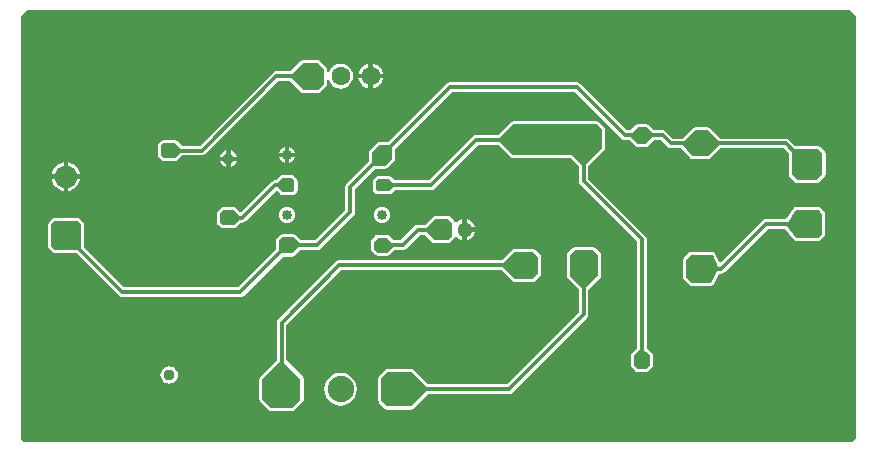
<source format=gtl>
G04*
G04 #@! TF.GenerationSoftware,Altium Limited,Altium Designer,20.0.10 (225)*
G04*
G04 Layer_Physical_Order=1*
G04 Layer_Color=255*
%FSLAX25Y25*%
%MOIN*%
G70*
G01*
G75*
%ADD29C,0.01200*%
%ADD30C,0.07559*%
%ADD31C,0.06929*%
%ADD32C,0.03780*%
%ADD33C,0.05039*%
%ADD34C,0.06299*%
%ADD35C,0.03339*%
%ADD36C,0.03842*%
%ADD37C,0.08819*%
G36*
X279967Y144033D02*
X279967Y3367D01*
X278600Y2000D01*
X2900D01*
X1700Y3200D01*
X1700Y144100D01*
X3600Y146000D01*
X278000Y146000D01*
X279967Y144033D01*
D02*
G37*
%LPC*%
G36*
X119057Y128102D02*
Y124766D01*
X122394D01*
X122350Y125099D01*
X121932Y126109D01*
X121267Y126975D01*
X120400Y127640D01*
X119390Y128059D01*
X119057Y128102D01*
D02*
G37*
G36*
X117557D02*
X117224Y128059D01*
X116214Y127640D01*
X115348Y126975D01*
X114682Y126109D01*
X114264Y125099D01*
X114220Y124766D01*
X117557D01*
Y128102D01*
D02*
G37*
G36*
X122394Y123266D02*
X119057D01*
Y119929D01*
X119390Y119973D01*
X120400Y120391D01*
X121267Y121056D01*
X121932Y121923D01*
X122350Y122933D01*
X122394Y123266D01*
D02*
G37*
G36*
X117557D02*
X114220D01*
X114264Y122933D01*
X114682Y121923D01*
X115348Y121056D01*
X116214Y120391D01*
X117224Y119973D01*
X117557Y119929D01*
Y123266D01*
D02*
G37*
G36*
X100700Y129520D02*
X95800D01*
X95410Y129442D01*
X95079Y129221D01*
X91505Y125647D01*
X86742D01*
X86118Y125523D01*
X85589Y125169D01*
X61263Y100844D01*
X55398D01*
X53921Y102321D01*
X53590Y102542D01*
X53200Y102620D01*
X49150D01*
X48760Y102542D01*
X48429Y102321D01*
X47679Y101571D01*
X47458Y101240D01*
X47380Y100850D01*
Y97700D01*
X47458Y97310D01*
X47679Y96979D01*
X48579Y96079D01*
X48910Y95858D01*
X49300Y95780D01*
X53100D01*
X53490Y95858D01*
X53821Y96079D01*
X55323Y97581D01*
X61939D01*
X62563Y97705D01*
X63092Y98059D01*
X87418Y122384D01*
X91474D01*
X95179Y118679D01*
X95510Y118458D01*
X95900Y118380D01*
X100600D01*
X100990Y118458D01*
X101321Y118679D01*
X103421Y120779D01*
X103642Y121110D01*
X103720Y121500D01*
Y122940D01*
X104220Y122973D01*
X104225Y122933D01*
X104643Y121923D01*
X105308Y121056D01*
X106175Y120391D01*
X107184Y119973D01*
X108268Y119830D01*
X109351Y119973D01*
X110360Y120391D01*
X111227Y121056D01*
X111892Y121923D01*
X112311Y122933D01*
X112453Y124016D01*
X112311Y125099D01*
X111892Y126109D01*
X111227Y126975D01*
X110360Y127640D01*
X109351Y128059D01*
X108268Y128201D01*
X107184Y128059D01*
X106175Y127640D01*
X105308Y126975D01*
X104643Y126109D01*
X104225Y125099D01*
X104220Y125059D01*
X103720Y125091D01*
Y126500D01*
X103642Y126890D01*
X103421Y127221D01*
X101421Y129221D01*
X101090Y129442D01*
X100700Y129520D01*
D02*
G37*
G36*
X91183Y100295D02*
Y98466D01*
X93012D01*
X92765Y99063D01*
X92337Y99620D01*
X91779Y100048D01*
X91183Y100295D01*
D02*
G37*
G36*
X89683Y100295D02*
X89087Y100048D01*
X88529Y99620D01*
X88101Y99063D01*
X87854Y98466D01*
X89683D01*
Y100295D01*
D02*
G37*
G36*
X71616Y99304D02*
Y97207D01*
X73714D01*
X73712Y97219D01*
X73418Y97930D01*
X72950Y98540D01*
X72339Y99008D01*
X71629Y99303D01*
X71616Y99304D01*
D02*
G37*
G36*
X70116D02*
X70104Y99303D01*
X69393Y99008D01*
X68783Y98540D01*
X68314Y97930D01*
X68020Y97219D01*
X68018Y97207D01*
X70116D01*
Y99304D01*
D02*
G37*
G36*
X93012Y96966D02*
X91183D01*
Y95138D01*
X91779Y95385D01*
X92337Y95813D01*
X92765Y96370D01*
X93012Y96966D01*
D02*
G37*
G36*
X89683D02*
X87854D01*
X88101Y96370D01*
X88529Y95813D01*
X89087Y95385D01*
X89683Y95138D01*
Y96966D01*
D02*
G37*
G36*
X70116Y95707D02*
X68018D01*
X68020Y95694D01*
X68314Y94984D01*
X68783Y94373D01*
X69393Y93905D01*
X70104Y93611D01*
X70116Y93609D01*
Y95707D01*
D02*
G37*
G36*
X73714D02*
X71616D01*
Y93609D01*
X71629Y93611D01*
X72339Y93905D01*
X72950Y94373D01*
X73418Y94984D01*
X73712Y95694D01*
X73714Y95707D01*
D02*
G37*
G36*
X17443Y95273D02*
Y91301D01*
X21415D01*
X21349Y91799D01*
X20868Y92962D01*
X20102Y93960D01*
X19103Y94726D01*
X17941Y95208D01*
X17443Y95273D01*
D02*
G37*
G36*
X15943D02*
X15445Y95208D01*
X14283Y94726D01*
X13284Y93960D01*
X12518Y92962D01*
X12036Y91799D01*
X11971Y91301D01*
X15943D01*
Y95273D01*
D02*
G37*
G36*
X144700Y121922D02*
X144076Y121798D01*
X143546Y121444D01*
X124183Y102081D01*
X121244Y102142D01*
X121233Y102140D01*
X121222Y102142D01*
X121037Y102105D01*
X120852Y102072D01*
X120843Y102067D01*
X120832Y102064D01*
X120675Y101960D01*
X120517Y101858D01*
X120510Y101849D01*
X120501Y101843D01*
X117979Y99321D01*
X117758Y98990D01*
X117680Y98600D01*
X117680Y95578D01*
X110346Y88244D01*
X109993Y87715D01*
X109869Y87091D01*
Y79476D01*
X99741Y69348D01*
X94944D01*
X93321Y70971D01*
X92990Y71192D01*
X92600Y71270D01*
X88750Y71270D01*
X88360Y71192D01*
X88029Y70971D01*
X86879Y69821D01*
X86658Y69490D01*
X86580Y69100D01*
X86580Y66132D01*
X74080Y53631D01*
X36235D01*
X22720Y67146D01*
Y74688D01*
X22642Y75078D01*
X22421Y75409D01*
X21466Y76364D01*
X21298Y76476D01*
X21136Y76585D01*
X21136Y76585D01*
X21135Y76585D01*
X20940Y76624D01*
X20746Y76663D01*
X12961Y76669D01*
X12788Y76635D01*
X12615Y76609D01*
X12594Y76597D01*
X12570Y76592D01*
X12424Y76495D01*
X12274Y76404D01*
X11214Y75440D01*
X11199Y75421D01*
X11179Y75407D01*
X11082Y75261D01*
X10978Y75120D01*
X10972Y75097D01*
X10958Y75076D01*
X10924Y74904D01*
X10881Y74734D01*
X10885Y74710D01*
X10880Y74686D01*
X10880Y67188D01*
X10958Y66798D01*
X11179Y66467D01*
X12373Y65273D01*
X12704Y65052D01*
X13094Y64974D01*
X20277D01*
X34405Y50846D01*
X34935Y50493D01*
X35559Y50369D01*
X74756D01*
X75380Y50493D01*
X75909Y50846D01*
X88943Y63880D01*
X92050Y63880D01*
X92440Y63958D01*
X92771Y64179D01*
X94677Y66085D01*
X100417D01*
X101041Y66209D01*
X101570Y66563D01*
X112654Y77646D01*
X113007Y78176D01*
X113131Y78800D01*
Y86415D01*
X119897Y93180D01*
X123100D01*
X123490Y93258D01*
X123821Y93479D01*
X126121Y95779D01*
X126342Y96110D01*
X126420Y96500D01*
X126420Y99703D01*
X145376Y118659D01*
X186334D01*
X201816Y103177D01*
X202345Y102824D01*
X202969Y102699D01*
X204459D01*
X206579Y100579D01*
X206910Y100358D01*
X207300Y100280D01*
X209900Y100280D01*
X210290Y100358D01*
X210621Y100579D01*
X212741Y102699D01*
X214994D01*
X217272Y100421D01*
X217801Y100068D01*
X218425Y99943D01*
X221888D01*
X224748Y96633D01*
X224777Y96610D01*
X224798Y96579D01*
X224933Y96489D01*
X225061Y96389D01*
X225098Y96379D01*
X225129Y96358D01*
X225288Y96326D01*
X225445Y96283D01*
X225482Y96288D01*
X225519Y96280D01*
X230800Y96280D01*
X231190Y96358D01*
X231521Y96579D01*
X234885Y99943D01*
X256017D01*
X257580Y98380D01*
X257580Y91300D01*
X257658Y90910D01*
X257879Y90579D01*
X259779Y88679D01*
X259779Y88679D01*
X260110Y88458D01*
X260500Y88380D01*
X267000D01*
X267390Y88458D01*
X267721Y88679D01*
X269621Y90579D01*
X269842Y90910D01*
X269920Y91300D01*
Y98200D01*
X269842Y98590D01*
X269621Y98921D01*
X268121Y100421D01*
X267790Y100642D01*
X267400Y100720D01*
X259855D01*
X257846Y102728D01*
X257317Y103082D01*
X256693Y103206D01*
X234836D01*
X231421Y106621D01*
X231090Y106842D01*
X230700Y106920D01*
X226300Y106920D01*
X225910Y106842D01*
X225579Y106621D01*
X222164Y103206D01*
X219101D01*
X216823Y105484D01*
X216294Y105838D01*
X215669Y105962D01*
X212696D01*
X210837Y107821D01*
X210507Y108042D01*
X210116Y108120D01*
X207300D01*
X206910Y108042D01*
X206579Y107821D01*
X204720Y105962D01*
X203645D01*
X188163Y121444D01*
X187634Y121798D01*
X187009Y121922D01*
X144700D01*
X144700Y121922D01*
D02*
G37*
G36*
X21415Y89801D02*
X17443D01*
Y85829D01*
X17941Y85895D01*
X19103Y86376D01*
X20102Y87142D01*
X20868Y88141D01*
X21349Y89303D01*
X21415Y89801D01*
D02*
G37*
G36*
X15943D02*
X11971D01*
X12036Y89303D01*
X12518Y88141D01*
X13284Y87142D01*
X14283Y86376D01*
X15445Y85895D01*
X15943Y85829D01*
Y89801D01*
D02*
G37*
G36*
X88800Y91020D02*
X88410Y90942D01*
X88079Y90721D01*
X86706Y89348D01*
X86417D01*
X85792Y89224D01*
X85263Y88870D01*
X75117Y78724D01*
X74617Y78724D01*
X73321Y80021D01*
X72990Y80242D01*
X72600Y80320D01*
X69000Y80320D01*
X68610Y80242D01*
X68279Y80021D01*
X67379Y79121D01*
X67158Y78790D01*
X67080Y78400D01*
Y75200D01*
X67158Y74810D01*
X67379Y74479D01*
X68279Y73579D01*
X68610Y73358D01*
X69000Y73280D01*
X72600D01*
X72990Y73358D01*
X73321Y73579D01*
X74882Y75140D01*
X75472D01*
X76096Y75265D01*
X76625Y75618D01*
X86933Y85926D01*
X88179Y84679D01*
X88510Y84458D01*
X88900Y84380D01*
X92200D01*
X92590Y84458D01*
X92921Y84679D01*
X93621Y85379D01*
X93842Y85710D01*
X93920Y86100D01*
Y89100D01*
X93842Y89490D01*
X93621Y89821D01*
X92721Y90721D01*
X92390Y90942D01*
X92000Y91020D01*
X88800Y91020D01*
D02*
G37*
G36*
X267618Y80520D02*
X260200D01*
X260110Y80502D01*
X260019Y80503D01*
X259917Y80463D01*
X259810Y80442D01*
X259734Y80391D01*
X259648Y80357D01*
X259570Y80282D01*
X259479Y80221D01*
X259428Y80145D01*
X259362Y80081D01*
X256832Y76434D01*
X250103D01*
X249479Y76310D01*
X248950Y75957D01*
X234942Y61949D01*
X234451Y62042D01*
X233204Y64890D01*
X233097Y65042D01*
X232994Y65198D01*
X232983Y65205D01*
X232976Y65216D01*
X232819Y65316D01*
X232665Y65421D01*
X232652Y65423D01*
X232641Y65430D01*
X232458Y65463D01*
X232275Y65500D01*
X225024Y65539D01*
X225022Y65538D01*
X225019Y65539D01*
X224827Y65500D01*
X224634Y65463D01*
X224631Y65461D01*
X224629Y65461D01*
X224466Y65352D01*
X224302Y65244D01*
X224300Y65241D01*
X224298Y65240D01*
X222579Y63521D01*
X222358Y63190D01*
X222280Y62800D01*
Y57100D01*
X222358Y56710D01*
X222579Y56379D01*
X224479Y54479D01*
X224810Y54258D01*
X225200Y54180D01*
X231800Y54180D01*
X231951Y54211D01*
X232105Y54227D01*
X232145Y54249D01*
X232190Y54258D01*
X232319Y54344D01*
X232454Y54418D01*
X232483Y54454D01*
X232521Y54479D01*
X232607Y54607D01*
X232704Y54728D01*
X234524Y58211D01*
X235142D01*
X235767Y58335D01*
X236296Y58689D01*
X250779Y73172D01*
X256571D01*
X259390Y69481D01*
X259441Y69436D01*
X259479Y69379D01*
X259589Y69306D01*
X259688Y69218D01*
X259753Y69196D01*
X259810Y69158D01*
X259940Y69132D01*
X260065Y69089D01*
X260133Y69094D01*
X260200Y69080D01*
X267400D01*
X267560Y69112D01*
X267722Y69133D01*
X267754Y69151D01*
X267790Y69158D01*
X267926Y69249D01*
X268068Y69330D01*
X269468Y70543D01*
X269490Y70572D01*
X269521Y70592D01*
X269612Y70728D01*
X269712Y70857D01*
X269722Y70893D01*
X269742Y70923D01*
X269774Y71083D01*
X269817Y71241D01*
X269812Y71277D01*
X269820Y71313D01*
Y77875D01*
X269796Y77993D01*
X269791Y78114D01*
X269758Y78186D01*
X269742Y78265D01*
X269675Y78365D01*
X269625Y78475D01*
X268443Y80100D01*
X268384Y80154D01*
X268339Y80221D01*
X268239Y80288D01*
X268150Y80370D01*
X268075Y80397D01*
X268008Y80442D01*
X267890Y80466D01*
X267777Y80507D01*
X267697Y80504D01*
X267618Y80520D01*
D02*
G37*
G36*
X122126Y80409D02*
X121429Y80317D01*
X120780Y80048D01*
X120222Y79620D01*
X119794Y79063D01*
X119525Y78413D01*
X119434Y77716D01*
X119525Y77020D01*
X119794Y76370D01*
X120222Y75813D01*
X120780Y75385D01*
X121429Y75116D01*
X122126Y75024D01*
X122823Y75116D01*
X123472Y75385D01*
X124030Y75813D01*
X124458Y76370D01*
X124727Y77020D01*
X124818Y77716D01*
X124727Y78413D01*
X124458Y79063D01*
X124030Y79620D01*
X123472Y80048D01*
X122823Y80317D01*
X122126Y80409D01*
D02*
G37*
G36*
X90472D02*
X89776Y80317D01*
X89126Y80048D01*
X88569Y79620D01*
X88141Y79063D01*
X87872Y78413D01*
X87780Y77716D01*
X87872Y77020D01*
X88141Y76370D01*
X88569Y75813D01*
X89126Y75385D01*
X89776Y75116D01*
X90472Y75024D01*
X91169Y75116D01*
X91819Y75385D01*
X92376Y75813D01*
X92804Y76370D01*
X93073Y77020D01*
X93165Y77716D01*
X93073Y78413D01*
X92804Y79063D01*
X92376Y79620D01*
X91819Y80048D01*
X91169Y80317D01*
X90472Y80409D01*
D02*
G37*
G36*
X150356Y76286D02*
Y73585D01*
X153058D01*
X153035Y73753D01*
X152681Y74610D01*
X152117Y75345D01*
X151381Y75909D01*
X150525Y76264D01*
X150356Y76286D01*
D02*
G37*
G36*
X153058Y72085D02*
X150356D01*
Y69383D01*
X150525Y69406D01*
X151381Y69760D01*
X152117Y70324D01*
X152681Y71060D01*
X153035Y71916D01*
X153058Y72085D01*
D02*
G37*
G36*
X144200Y77320D02*
X139800D01*
X139410Y77242D01*
X139079Y77021D01*
X136524Y74466D01*
X134035D01*
X133410Y74342D01*
X132881Y73988D01*
X128241Y69348D01*
X125959D01*
X124386Y70921D01*
X124055Y71142D01*
X123665Y71220D01*
X120612D01*
X120565Y71210D01*
X120517Y71215D01*
X120371Y71172D01*
X120222Y71142D01*
X120182Y71115D01*
X120135Y71101D01*
X120017Y71005D01*
X119891Y70921D01*
X119864Y70881D01*
X119827Y70851D01*
X118715Y69509D01*
X118643Y69375D01*
X118558Y69249D01*
X118549Y69202D01*
X118526Y69159D01*
X118510Y69008D01*
X118480Y68859D01*
X118480Y66500D01*
X118558Y66110D01*
X118779Y65779D01*
X120079Y64479D01*
X120079Y64479D01*
X120410Y64258D01*
X120800Y64180D01*
X123700D01*
X124090Y64258D01*
X124421Y64479D01*
X126027Y66085D01*
X128917D01*
X129541Y66209D01*
X130070Y66563D01*
X134710Y71203D01*
X136355D01*
X138879Y68679D01*
X139210Y68458D01*
X139600Y68380D01*
X144100D01*
X144490Y68458D01*
X144821Y68679D01*
X146221Y70079D01*
X146423Y70381D01*
X146453Y70411D01*
X146968Y70491D01*
X147096Y70324D01*
X147831Y69760D01*
X148688Y69406D01*
X148856Y69383D01*
Y72835D01*
Y76286D01*
X148688Y76264D01*
X147831Y75909D01*
X147096Y75345D01*
X146989Y75205D01*
X146454Y75330D01*
X146442Y75390D01*
X146221Y75721D01*
X144921Y77021D01*
X144590Y77242D01*
X144200Y77320D01*
D02*
G37*
G36*
X172400Y66520D02*
X166200D01*
X165810Y66442D01*
X165479Y66221D01*
X161913Y62655D01*
X107724D01*
X107099Y62531D01*
X106570Y62177D01*
X87429Y43036D01*
X87076Y42507D01*
X86951Y41883D01*
Y29293D01*
X81479Y23821D01*
X81258Y23490D01*
X81180Y23100D01*
Y16300D01*
X81258Y15910D01*
X81479Y15579D01*
X84479Y12579D01*
X84810Y12358D01*
X85200Y12280D01*
X92100D01*
X92490Y12358D01*
X92821Y12579D01*
X95621Y15379D01*
X95842Y15710D01*
X95920Y16100D01*
Y23200D01*
X95842Y23590D01*
X95621Y23921D01*
X90214Y29328D01*
Y41207D01*
X108399Y59392D01*
X161966D01*
X165779Y55579D01*
X166110Y55358D01*
X166500Y55280D01*
X172200Y55280D01*
X172590Y55358D01*
X172921Y55579D01*
X174921Y57579D01*
X175142Y57910D01*
X175220Y58300D01*
Y63700D01*
X175142Y64090D01*
X174921Y64421D01*
X173121Y66221D01*
X172790Y66442D01*
X172400Y66520D01*
D02*
G37*
G36*
X193600Y108920D02*
X165800D01*
X165410Y108842D01*
X165079Y108621D01*
X160845Y104387D01*
X153456D01*
X152832Y104263D01*
X152302Y103909D01*
X137741Y89348D01*
X126294D01*
X125121Y90521D01*
X124790Y90742D01*
X124400Y90820D01*
X120800Y90820D01*
X120410Y90742D01*
X120079Y90521D01*
X119279Y89721D01*
X119058Y89390D01*
X118980Y89000D01*
Y86200D01*
X119058Y85810D01*
X119279Y85479D01*
X119279Y85479D01*
X119879Y84879D01*
X120210Y84658D01*
X120600Y84580D01*
X124400Y84580D01*
X124790Y84658D01*
X125121Y84879D01*
X126327Y86085D01*
X138417D01*
X139041Y86209D01*
X139570Y86563D01*
X154132Y101125D01*
X160768D01*
X162794Y99264D01*
X164979Y97079D01*
X165310Y96858D01*
X165700Y96780D01*
X184978D01*
X187644Y94115D01*
Y89025D01*
X187768Y88401D01*
X188121Y87872D01*
X207030Y68963D01*
Y33372D01*
X206479Y32821D01*
X205279Y31621D01*
X205058Y31290D01*
X204980Y30900D01*
X204980Y27700D01*
X205019Y27506D01*
X205058Y27310D01*
X205058Y27310D01*
X205279Y26979D01*
X206479Y25779D01*
X206810Y25558D01*
X207200Y25480D01*
X210100Y25480D01*
X210490Y25558D01*
X210821Y25779D01*
X212021Y26979D01*
X212242Y27310D01*
X212320Y27700D01*
Y30900D01*
X212242Y31290D01*
X212021Y31621D01*
X210821Y32821D01*
X210293Y33349D01*
Y69639D01*
X210169Y70263D01*
X209815Y70792D01*
X190906Y89701D01*
Y94164D01*
X193821Y97079D01*
X193821Y97079D01*
X196021Y99279D01*
X196242Y99610D01*
X196320Y100000D01*
Y106200D01*
X196242Y106590D01*
X196021Y106921D01*
X194321Y108621D01*
X193990Y108842D01*
X193600Y108920D01*
D02*
G37*
G36*
X51134Y27324D02*
X50380Y27225D01*
X49677Y26934D01*
X49073Y26470D01*
X48610Y25867D01*
X48319Y25164D01*
X48220Y24409D01*
X48319Y23655D01*
X48610Y22952D01*
X49073Y22348D01*
X49677Y21885D01*
X50380Y21594D01*
X51134Y21495D01*
X51889Y21594D01*
X52592Y21885D01*
X53195Y22348D01*
X53658Y22952D01*
X53950Y23655D01*
X54049Y24409D01*
X53950Y25164D01*
X53658Y25867D01*
X53195Y26470D01*
X52592Y26934D01*
X51889Y27225D01*
X51134Y27324D01*
D02*
G37*
G36*
X192400Y67020D02*
X186300D01*
X185910Y66942D01*
X185579Y66721D01*
X183879Y65021D01*
X183658Y64690D01*
X183580Y64300D01*
X183580Y57400D01*
X183658Y57010D01*
X183879Y56679D01*
X187644Y52915D01*
Y45251D01*
X163709Y21316D01*
X137425D01*
X132621Y26121D01*
X132290Y26342D01*
X131900Y26420D01*
X123900D01*
X123510Y26342D01*
X123179Y26121D01*
X121179Y24121D01*
X120958Y23790D01*
X120880Y23400D01*
Y15900D01*
X120958Y15510D01*
X121179Y15179D01*
X123179Y13179D01*
X123510Y12958D01*
X123900Y12880D01*
X131800D01*
X132190Y12958D01*
X132521Y13179D01*
X137396Y18054D01*
X164385D01*
X165009Y18178D01*
X165539Y18531D01*
X190428Y43421D01*
X190782Y43951D01*
X190906Y44575D01*
Y52862D01*
X194921Y56877D01*
X195142Y57208D01*
X195220Y57598D01*
X195220Y64200D01*
X195142Y64590D01*
X194921Y64921D01*
X193121Y66721D01*
X192790Y66942D01*
X192400Y67020D01*
D02*
G37*
G36*
X108268Y25141D02*
X106856Y24955D01*
X105540Y24410D01*
X104410Y23543D01*
X103543Y22413D01*
X102998Y21097D01*
X102812Y19685D01*
X102998Y18273D01*
X103543Y16957D01*
X104410Y15827D01*
X105540Y14960D01*
X106856Y14415D01*
X108268Y14229D01*
X109680Y14415D01*
X110996Y14960D01*
X112126Y15827D01*
X112993Y16957D01*
X113538Y18273D01*
X113724Y19685D01*
X113538Y21097D01*
X112993Y22413D01*
X112126Y23543D01*
X110996Y24410D01*
X109680Y24955D01*
X108268Y25141D01*
D02*
G37*
%LPD*%
G36*
X102700Y126500D02*
Y121500D01*
X100600Y119400D01*
X95900D01*
X91700Y123600D01*
X91600D01*
Y124300D01*
X95800Y128500D01*
X100700D01*
X102700Y126500D01*
D02*
G37*
G36*
X55300Y99500D02*
X55300Y99000D01*
X53100Y96800D01*
X49300D01*
X48400Y97700D01*
Y100850D01*
X49150Y101600D01*
X53200D01*
X55300Y99500D01*
D02*
G37*
G36*
X212601Y104616D02*
Y104001D01*
X209900Y101300D01*
X207300Y101300D01*
X204700Y103900D01*
X204700Y104500D01*
X207300Y107100D01*
X210116D01*
X212601Y104616D01*
D02*
G37*
G36*
X234500Y102100D02*
Y101000D01*
X230800Y97300D01*
X225519Y97300D01*
X222297Y101029D01*
X222304Y101903D01*
X226300Y105900D01*
X230700Y105900D01*
X234500Y102100D01*
D02*
G37*
G36*
X124853Y101047D02*
X125400Y100500D01*
X125400Y96500D01*
X123100Y94200D01*
X119400D01*
X118700Y94900D01*
X118700Y98600D01*
X121222Y101122D01*
X124853Y101047D01*
D02*
G37*
G36*
X268900Y98200D02*
Y91300D01*
X267000Y89400D01*
X260500D01*
X258600Y91300D01*
X258600Y99700D01*
X267400D01*
X268900Y98200D01*
D02*
G37*
G36*
X20745Y75643D02*
X21700Y74688D01*
Y66219D01*
X21266Y65994D01*
X13094D01*
X11900Y67188D01*
X11900Y74686D01*
X12960Y75650D01*
X20745Y75643D01*
D02*
G37*
G36*
X94850Y68000D02*
Y67700D01*
X92050Y64900D01*
X87600Y64900D01*
X87600Y69100D01*
X88750Y70250D01*
X92600Y70250D01*
X94850Y68000D01*
D02*
G37*
G36*
X92000Y90000D02*
X92900Y89100D01*
Y86100D01*
X92200Y85400D01*
X88900D01*
X86986Y87314D01*
Y88186D01*
X88800Y90000D01*
X92000Y90000D01*
D02*
G37*
G36*
X74700Y77200D02*
Y76400D01*
X72600Y74300D01*
X69000D01*
X68100Y75200D01*
Y78400D01*
X69000Y79300D01*
X72600Y79300D01*
X74700Y77200D01*
D02*
G37*
G36*
X268800Y77875D02*
Y71313D01*
X267400Y70100D01*
X260200D01*
X256901Y74419D01*
X256941Y74803D01*
X260200Y79500D01*
X267618D01*
X268800Y77875D01*
D02*
G37*
G36*
X232270Y64481D02*
X234100Y60300D01*
Y59600D01*
X231800Y55200D01*
X225200Y55200D01*
X223300Y57100D01*
Y62800D01*
X225019Y64519D01*
X232270Y64481D01*
D02*
G37*
G36*
X145500Y75000D02*
Y70800D01*
X144100Y69400D01*
X139600D01*
X136700Y72300D01*
Y73200D01*
X139800Y76300D01*
X144200D01*
X145500Y75000D01*
D02*
G37*
G36*
X125715Y68149D02*
Y67216D01*
X123700Y65200D01*
X120800D01*
X119500Y66500D01*
X119500Y68859D01*
X120612Y70200D01*
X123665D01*
X125715Y68149D01*
D02*
G37*
G36*
X174200Y63700D02*
Y58300D01*
X172200Y56300D01*
X166500Y56300D01*
X162100Y60700D01*
Y61400D01*
X166200Y65500D01*
X172400D01*
X174200Y63700D01*
D02*
G37*
G36*
X88900Y29200D02*
X94900Y23200D01*
Y16100D01*
X92100Y13300D01*
X85200D01*
X82200Y16300D01*
Y23100D01*
X88300Y29200D01*
X88900Y29200D01*
D02*
G37*
G36*
X195300Y106200D02*
Y100000D01*
X193100Y97800D01*
X193100D01*
X189800Y94500D01*
X188700Y94500D01*
X185400Y97800D01*
X165700D01*
X163500Y100000D01*
X160772Y102506D01*
X160770Y102870D01*
X165800Y107900D01*
X193600D01*
X195300Y106200D01*
D02*
G37*
G36*
X126200Y88000D02*
X126200Y87400D01*
X124400Y85600D01*
X120600Y85600D01*
X120000Y86200D01*
Y89000D01*
X120800Y89800D01*
X124400Y89800D01*
X126200Y88000D01*
D02*
G37*
G36*
X208800Y33400D02*
X210100Y32100D01*
X211300Y30900D01*
Y27700D01*
X210100Y26500D01*
X207200Y26500D01*
X206000Y27700D01*
X206000Y30900D01*
X207200Y32100D01*
X208500Y33400D01*
X208800Y33400D01*
D02*
G37*
G36*
X194200Y64200D02*
X194200Y57598D01*
X189690Y53088D01*
X188908Y53092D01*
X184600Y57400D01*
X184600Y64300D01*
X186300Y66000D01*
X192400D01*
X194200Y64200D01*
D02*
G37*
G36*
X137400Y19900D02*
Y19500D01*
X131800Y13900D01*
X123900D01*
X121900Y15900D01*
Y23400D01*
X123900Y25400D01*
X131900D01*
X137400Y19900D01*
D02*
G37*
D29*
X144700Y120291D02*
X187009D01*
X202969Y104331D02*
X208661D01*
X187009Y120291D02*
X202969Y104331D01*
X208661D02*
X215669D01*
X228346Y101575D02*
X256693D01*
X263779Y94488D01*
X218425Y101575D02*
X228346D01*
X215669Y104331D02*
X218425Y101575D01*
X122126Y97716D02*
X144700Y120291D01*
X111500Y87091D02*
X122126Y97716D01*
X111500Y78800D02*
Y87091D01*
X100417Y67716D02*
X111500Y78800D01*
X90472Y67716D02*
X100417D01*
X16834Y70725D02*
Y70866D01*
X74756Y52000D02*
X90472Y67716D01*
X35559Y52000D02*
X74756D01*
X16834Y70725D02*
X35559Y52000D01*
X88583Y19685D02*
Y41883D01*
X107724Y61024D02*
X168972D01*
X88583Y41883D02*
X107724Y61024D01*
X16693Y70866D02*
X16834D01*
X189275Y89025D02*
X208661Y69639D01*
Y29528D02*
Y69639D01*
X250103Y74803D02*
X263779D01*
X235142Y59842D02*
X250103Y74803D01*
X228346Y59842D02*
X235142D01*
X189275Y44575D02*
Y61024D01*
X164385Y19685D02*
X189275Y44575D01*
X127953Y19685D02*
X164385D01*
X189275Y89025D02*
Y102756D01*
X153456D02*
X168972D01*
X138417Y87717D02*
X153456Y102756D01*
X122126Y87717D02*
X138417D01*
X134035Y72835D02*
X141732D01*
X128917Y67716D02*
X134035Y72835D01*
X122126Y67716D02*
X128917D01*
X70866Y76772D02*
X75472D01*
X86417Y87717D01*
X90472D01*
X51134Y99213D02*
X61939D01*
X86742Y124016D01*
X98228D01*
D30*
X263779Y94488D02*
D03*
Y74803D02*
D03*
X16693Y70866D02*
D03*
Y90551D02*
D03*
D31*
X228346Y101575D02*
D03*
Y59842D02*
D03*
X189275Y61024D02*
D03*
Y102756D02*
D03*
X168972D02*
D03*
Y61024D02*
D03*
D32*
X208661Y104331D02*
D03*
Y29528D02*
D03*
X70866Y76772D02*
D03*
X51134Y99213D02*
D03*
Y24409D02*
D03*
D33*
X149606Y72835D02*
D03*
X141732D02*
D03*
D34*
X118307Y124016D02*
D03*
X108268D02*
D03*
X98228D02*
D03*
D35*
X122126Y97716D02*
D03*
Y87717D02*
D03*
Y77716D02*
D03*
Y67716D02*
D03*
X90472D02*
D03*
Y77716D02*
D03*
Y87717D02*
D03*
X90433Y97716D02*
D03*
D36*
X70866Y96457D02*
D03*
D37*
X88583Y19685D02*
D03*
X108268D02*
D03*
X127953D02*
D03*
M02*

</source>
